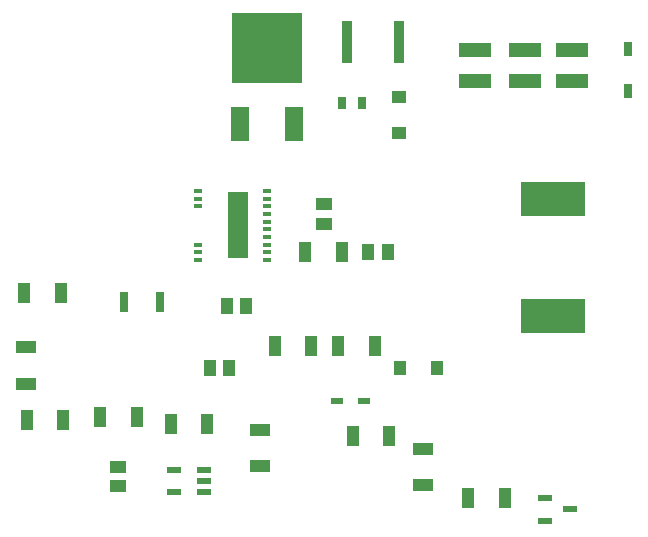
<source format=gbr>
%TF.GenerationSoftware,KiCad,Pcbnew,8.0.2*%
%TF.CreationDate,2024-09-30T17:14:49+02:00*%
%TF.ProjectId,Indicator_voltage,496e6469-6361-4746-9f72-5f766f6c7461,rev?*%
%TF.SameCoordinates,Original*%
%TF.FileFunction,Paste,Top*%
%TF.FilePolarity,Positive*%
%FSLAX46Y46*%
G04 Gerber Fmt 4.6, Leading zero omitted, Abs format (unit mm)*
G04 Created by KiCad (PCBNEW 8.0.2) date 2024-09-30 17:14:49*
%MOMM*%
%LPD*%
G01*
G04 APERTURE LIST*
%ADD10R,1.800000X1.050000*%
%ADD11R,1.470000X1.070000*%
%ADD12R,1.070000X1.470000*%
%ADD13R,5.400000X2.900000*%
%ADD14R,0.720000X1.820000*%
%ADD15R,0.910000X3.520000*%
%ADD16R,2.720000X1.260000*%
%ADD17R,1.050000X1.800000*%
%ADD18R,1.120000X1.220000*%
%ADD19R,1.220000X1.120000*%
%ADD20R,0.800000X1.150000*%
%ADD21R,0.800000X1.000000*%
%ADD22R,1.300000X0.600000*%
%ADD23R,0.800000X0.450000*%
%ADD24R,1.780000X5.680000*%
%ADD25R,1.600000X3.000000*%
%ADD26R,6.000000X6.000000*%
%ADD27R,1.150000X0.600000*%
%ADD28R,1.050000X0.550000*%
G04 APERTURE END LIST*
D10*
%TO.C,R13*%
X79400000Y-93850000D03*
X79400000Y-96950000D03*
%TD*%
D11*
%TO.C,C2*%
X53600000Y-97020000D03*
X53600000Y-95380000D03*
%TD*%
D12*
%TO.C,C5*%
X74780000Y-77200000D03*
X76420000Y-77200000D03*
%TD*%
D13*
%TO.C,L1*%
X90400000Y-82650000D03*
X90400000Y-72750000D03*
%TD*%
D14*
%TO.C,C4*%
X54050000Y-81400000D03*
X57150000Y-81400000D03*
%TD*%
D15*
%TO.C,C1*%
X73000000Y-59400000D03*
X77400000Y-59400000D03*
%TD*%
D10*
%TO.C,R6*%
X45800000Y-88350000D03*
X45800000Y-85250000D03*
%TD*%
D16*
%TO.C,C13*%
X83800000Y-60070000D03*
X83800000Y-62730000D03*
%TD*%
D17*
%TO.C,R10*%
X76550000Y-92800000D03*
X73450000Y-92800000D03*
%TD*%
D18*
%TO.C,D2*%
X77450000Y-87000000D03*
X80550000Y-87000000D03*
%TD*%
D17*
%TO.C,R3*%
X45650000Y-80700000D03*
X48750000Y-80700000D03*
%TD*%
D19*
%TO.C,D3*%
X77400000Y-67150000D03*
X77400000Y-64050000D03*
%TD*%
D20*
%TO.C,Z1*%
X96800000Y-63550000D03*
X96800000Y-60050000D03*
%TD*%
D17*
%TO.C,R8*%
X55150000Y-91200000D03*
X52050000Y-91200000D03*
%TD*%
D21*
%TO.C,R1*%
X72550000Y-64600000D03*
X74250000Y-64600000D03*
%TD*%
D17*
%TO.C,R4*%
X69450000Y-77200000D03*
X72550000Y-77200000D03*
%TD*%
D22*
%TO.C,Q2*%
X89750000Y-98050000D03*
X89750000Y-99950000D03*
X91850000Y-99000000D03*
%TD*%
D17*
%TO.C,R9*%
X61150000Y-91800000D03*
X58050000Y-91800000D03*
%TD*%
D12*
%TO.C,C8*%
X63020000Y-87000000D03*
X61380000Y-87000000D03*
%TD*%
D17*
%TO.C,R7*%
X48950000Y-91400000D03*
X45850000Y-91400000D03*
%TD*%
D16*
%TO.C,C11*%
X92000000Y-60070000D03*
X92000000Y-62730000D03*
%TD*%
D12*
%TO.C,C3*%
X64420000Y-81800000D03*
X62780000Y-81800000D03*
%TD*%
D10*
%TO.C,R11*%
X65600000Y-95350000D03*
X65600000Y-92250000D03*
%TD*%
D17*
%TO.C,R2*%
X69950000Y-85200000D03*
X66850000Y-85200000D03*
%TD*%
D23*
%TO.C,IC1*%
X60375000Y-72025000D03*
X60375000Y-72675000D03*
X60375000Y-73325000D03*
X60375000Y-76575000D03*
X60375000Y-77225000D03*
X60375000Y-77875000D03*
X66175000Y-77875000D03*
X66175000Y-77225000D03*
X66175000Y-76575000D03*
X66175000Y-75925000D03*
X66175000Y-75275000D03*
X66175000Y-74625000D03*
X66175000Y-73975000D03*
X66175000Y-73325000D03*
X66175000Y-72675000D03*
X66175000Y-72025000D03*
D24*
X63745000Y-74950000D03*
%TD*%
D25*
%TO.C,Q1*%
X63900000Y-66400000D03*
D26*
X66200000Y-59900000D03*
D25*
X68500000Y-66400000D03*
%TD*%
D17*
%TO.C,R12*%
X83250000Y-98000000D03*
X86350000Y-98000000D03*
%TD*%
D11*
%TO.C,C10*%
X71000000Y-74820000D03*
X71000000Y-73180000D03*
%TD*%
D27*
%TO.C,CP1*%
X60900000Y-97550000D03*
X60900000Y-96600000D03*
X60900000Y-95650000D03*
X58300000Y-95650000D03*
X58300000Y-97550000D03*
%TD*%
D17*
%TO.C,R5*%
X72250000Y-85200000D03*
X75350000Y-85200000D03*
%TD*%
D16*
%TO.C,C12*%
X88000000Y-60070000D03*
X88000000Y-62730000D03*
%TD*%
D28*
%TO.C,D4*%
X72100000Y-89800000D03*
X74400000Y-89800000D03*
%TD*%
M02*

</source>
